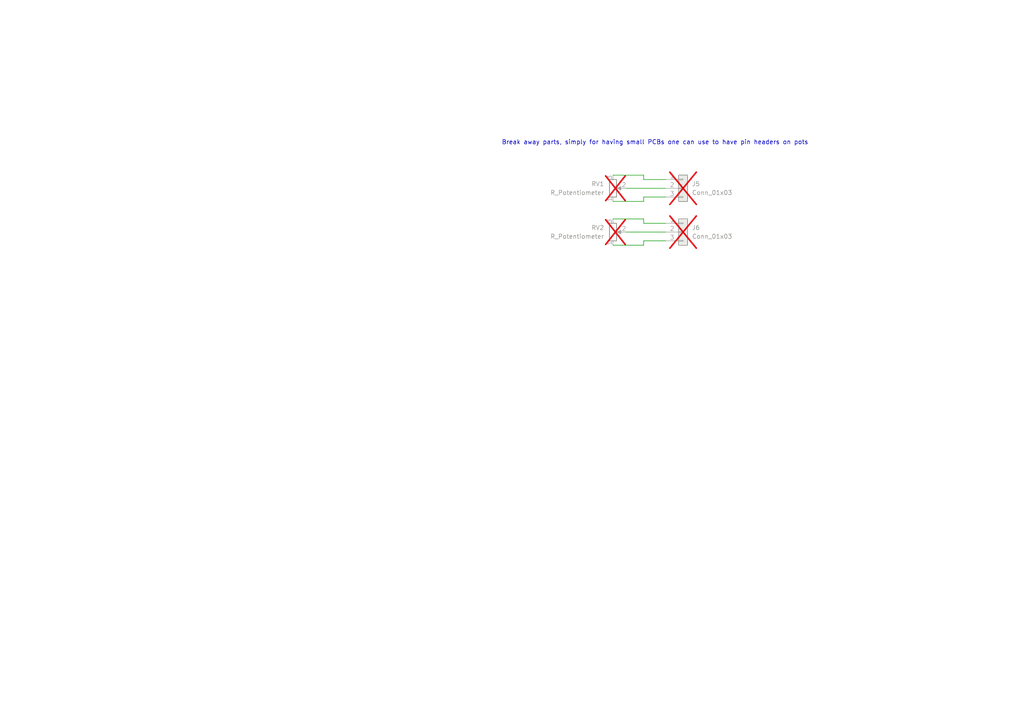
<source format=kicad_sch>
(kicad_sch (version 20231120) (generator "eeschema") (generator_version "8.0")
  (paper "A4")
  (lib_symbols
    (symbol "Connector_Generic:Conn_01x03" (pin_names (offset 1.016) hide)
      (property "Reference" "J" (at 0 5.08 0))
      (property "Value" "Conn_01x03" (at 0 -5.08 0))
      (symbol "Conn_01x03_1_1"
        (rectangle (start -1.27 -2.413) (end 0 -2.667) (stroke (width 0.1524)))
        (rectangle (start -1.27 0.127) (end 0 -0.127) (stroke (width 0.1524)))
        (rectangle (start -1.27 2.667) (end 0 2.413) (stroke (width 0.1524)))
        (rectangle (start -1.27 3.81) (end 1.27 -3.81) (stroke (width 0.254)) (fill (type background)))
        (pin passive line (at -5.08 2.54 0) (length 3.81) (name "Pin_1") (number "1"))
        (pin passive line (at -5.08 0 0) (length 3.81) (name "Pin_2") (number "2"))
        (pin passive line (at -5.08 -2.54 0) (length 3.81) (name "Pin_3") (number "3"))
      )
    )
    (symbol "Device:R_Potentiometer" (pin_names (offset 1.016) hide)
      (property "Reference" "RV" (at -4.445 0 90))
      (property "Value" "R_Potentiometer" (at -2.54 0 90))
      (symbol "R_Potentiometer_0_1"
        (polyline (pts (xy 2.54 0) (xy 1.524 0)))
        (polyline (pts (xy 1.143 0) (xy 2.286 0.508) (xy 2.286 -0.508) (xy 1.143 0)) (fill (type outline)))
        (rectangle (start 1.016 2.54) (end -1.016 -2.54) (stroke (width 0.254)))
      )
      (symbol "R_Potentiometer_1_1"
        (pin passive line (at 0 3.81 270) (length 1.27) (name "1") (number "1"))
        (pin passive line (at 3.81 0 180) (length 1.27) (name "2") (number "2"))
        (pin passive line (at 0 -3.81 90) (length 1.27) (name "3") (number "3"))
      )
    )
  )
  (wire (pts (xy 193.04 64.77) (xy 186.69 64.77)))
  (wire (pts (xy 186.69 52.07) (xy 186.69 50.8)))
  (wire (pts (xy 177.8 58.42) (xy 186.69 58.42)))
  (wire (pts (xy 177.8 71.12) (xy 186.69 71.12)))
  (wire (pts (xy 186.69 63.5) (xy 177.8 63.5)))
  (wire (pts (xy 181.61 54.61) (xy 193.04 54.61)))
  (wire (pts (xy 186.69 57.15) (xy 193.04 57.15)))
  (wire (pts (xy 186.69 50.8) (xy 177.8 50.8)))
  (wire (pts (xy 186.69 64.77) (xy 186.69 63.5)))
  (wire (pts (xy 186.69 69.85) (xy 193.04 69.85)))
  (wire (pts (xy 193.04 52.07) (xy 186.69 52.07)))
  (wire (pts (xy 186.69 71.12) (xy 186.69 69.85)))
  (wire (pts (xy 181.61 67.31) (xy 193.04 67.31)))
  (wire (pts (xy 186.69 58.42) (xy 186.69 57.15)))
  (text "Break away parts, simply for having small PCBs one can use to have pin headers on pots" (at 189.992 41.402 0) (effects (font (size 1.27 1.27))))
  (symbol (lib_id "Device:R_Potentiometer") (at 177.8 67.31 0) (mirror x) (unit 1) (in_bom no) (dnp yes)
    (property "Reference" "RV2" (at 175.26 66.04 0) (effects (justify right)))
    (property "Value" "R_Potentiometer" (at 175.26 68.58 0) (effects (justify right)))
    (property "Footprint" "NiasStuff:Potentiometer_Alps_RK09L_Double_Vertical" (effects (hide yes)))
    (property "Datasheet" "https://datasheet.lcsc.com/lcsc/1912111437_ALPSALPINE-RK09L1240A12_C380211.pdf" (effects (hide yes)))
    (property "Manufracturer" "ALPSALPINE" (effects (hide yes)))
    (property "Manufracturer Part Number" "RK09L1240A12" (effects (hide yes)))
    (property "JLCPCB Part" "C380211" (effects (hide yes)))
  )
  (symbol (lib_id "Connector_Generic:Conn_01x03") (at 198.12 54.61 0) (unit 1) (in_bom no) (dnp yes)
    (property "Reference" "J5" (at 200.66 53.3399 0) (effects (justify left)))
    (property "Value" "Conn_01x03" (at 200.66 55.8799 0) (effects (justify left)))
    (property "Footprint" "Connector:FanPinHeader_1x03_P2.54mm_Vertical" (effects (hide yes)))
    (property "Description" "Generic connector, single row, 01x03, script generated (kicad-library-utils/schlib/autogen/connector/)" (effects (hide yes)))
  )
  (symbol (lib_id "Connector_Generic:Conn_01x03") (at 198.12 67.31 0) (unit 1) (in_bom no) (dnp yes)
    (property "Reference" "J6" (at 200.66 66.0399 0) (effects (justify left)))
    (property "Value" "Conn_01x03" (at 200.66 68.5799 0) (effects (justify left)))
    (property "Footprint" "Connector:FanPinHeader_1x03_P2.54mm_Vertical" (effects (hide yes)))
    (property "Description" "Generic connector, single row, 01x03, script generated (kicad-library-utils/schlib/autogen/connector/)" (effects (hide yes)))
  )
  (symbol (lib_id "Device:R_Potentiometer") (at 177.8 54.61 0) (mirror x) (unit 1) (in_bom no) (dnp yes)
    (property "Reference" "RV1" (at 175.26 53.34 0) (effects (justify right)))
    (property "Value" "R_Potentiometer" (at 175.26 55.88 0) (effects (justify right)))
    (property "Footprint" "NiasStuff:Potentiometer_Alps_RK09L_Double_Vertical" (effects (hide yes)))
    (property "Datasheet" "https://datasheet.lcsc.com/lcsc/1912111437_ALPSALPINE-RK09L1240A12_C380211.pdf" (effects (hide yes)))
    (property "Manufracturer" "ALPSALPINE" (effects (hide yes)))
    (property "Manufracturer Part Number" "RK09L1240A12" (effects (hide yes)))
    (property "JLCPCB Part" "C380211" (effects (hide yes)))
  )
)
</source>
